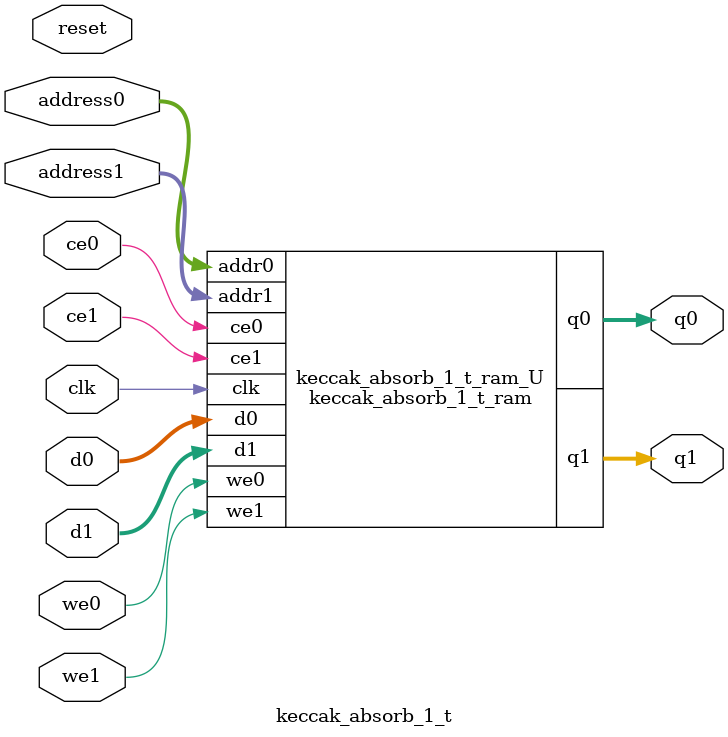
<source format=v>

`timescale 1 ns / 1 ps
module keccak_absorb_1_t_ram (addr0, ce0, d0, we0, q0, addr1, ce1, d1, we1, q1,  clk);

parameter DWIDTH = 8;
parameter AWIDTH = 8;
parameter MEM_SIZE = 200;

input[AWIDTH-1:0] addr0;
input ce0;
input[DWIDTH-1:0] d0;
input we0;
output reg[DWIDTH-1:0] q0;
input[AWIDTH-1:0] addr1;
input ce1;
input[DWIDTH-1:0] d1;
input we1;
output reg[DWIDTH-1:0] q1;
input clk;

(* ram_style = "block" *)reg [DWIDTH-1:0] ram[0:MEM_SIZE-1];




always @(posedge clk)  
begin 
    if (ce0) 
    begin
        if (we0) 
        begin 
            ram[addr0] <= d0; 
            q0 <= d0;
        end 
        else 
            q0 <= ram[addr0];
    end
end


always @(posedge clk)  
begin 
    if (ce1) 
    begin
        if (we1) 
        begin 
            ram[addr1] <= d1; 
            q1 <= d1;
        end 
        else 
            q1 <= ram[addr1];
    end
end


endmodule


`timescale 1 ns / 1 ps
module keccak_absorb_1_t(
    reset,
    clk,
    address0,
    ce0,
    we0,
    d0,
    q0,
    address1,
    ce1,
    we1,
    d1,
    q1);

parameter DataWidth = 32'd8;
parameter AddressRange = 32'd200;
parameter AddressWidth = 32'd8;
input reset;
input clk;
input[AddressWidth - 1:0] address0;
input ce0;
input we0;
input[DataWidth - 1:0] d0;
output[DataWidth - 1:0] q0;
input[AddressWidth - 1:0] address1;
input ce1;
input we1;
input[DataWidth - 1:0] d1;
output[DataWidth - 1:0] q1;



keccak_absorb_1_t_ram keccak_absorb_1_t_ram_U(
    .clk( clk ),
    .addr0( address0 ),
    .ce0( ce0 ),
    .we0( we0 ),
    .d0( d0 ),
    .q0( q0 ),
    .addr1( address1 ),
    .ce1( ce1 ),
    .we1( we1 ),
    .d1( d1 ),
    .q1( q1 ));

endmodule


</source>
